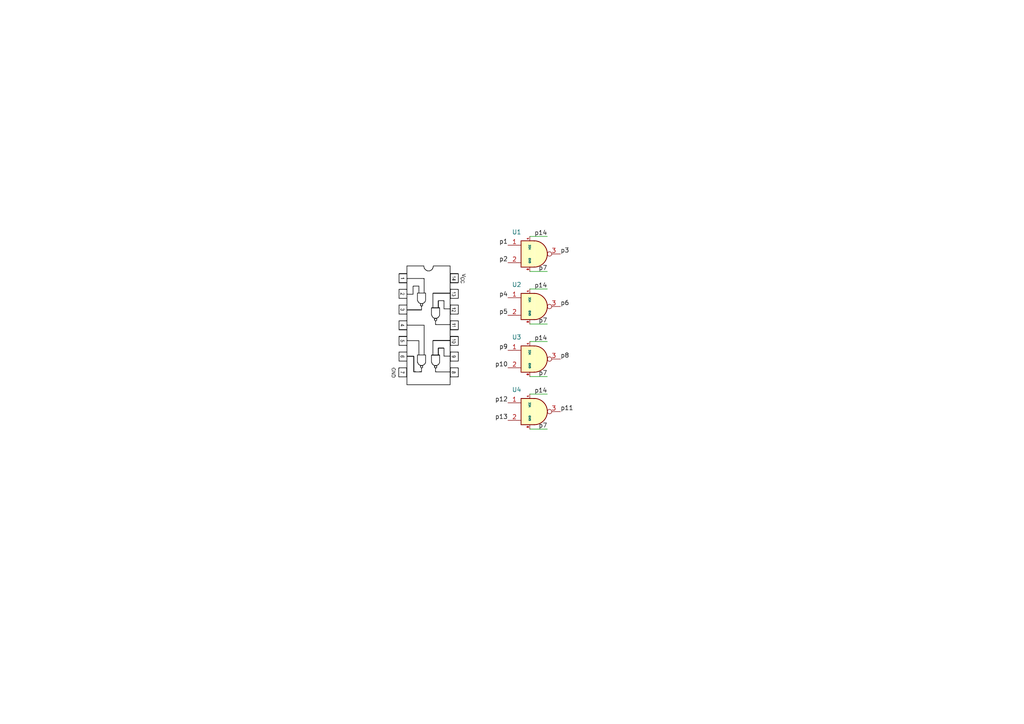
<source format=kicad_sch>
(kicad_sch (version 20231120) (generator "eeschema") (generator_version "8.0")
  (paper "A4")
  (lib_symbols
    (symbol "SimCad:NAND2" (pin_names (offset 1.016))
      (property "Reference" "U" (at 2.54 5.08 0))
      (symbol "NAND2_1_1"
        (polyline (pts (xy 1.27 3.81) (xy -2.54 3.81) (xy -2.54 -3.81) (xy 1.27 -3.81)) (stroke (width 0.254)) (fill (type background)))
        (arc (start 1.27 -3.81) (mid 5.08 0) (end 1.27 3.81) (stroke (width 0.254)) (fill (type background)))
        (pin input line (at 0 -5.08 90) (length 1.27) (name "GND") (number "0"))
        (pin input line (at -6.35 2.54 0) (length 3.81) (name "~") (number "1"))
        (pin input line (at -6.35 -2.54 0) (length 3.81) (name "~") (number "2"))
        (pin output inverted (at 8.89 0 180) (length 3.81) (name "~") (number "3"))
        (pin input line (at 0 5.08 270) (length 1.27) (name "VCC") (number "4"))
      )
    )
  )
  (wire (pts (xy 153.67 83.82) (xy 158.75 83.82)))
  (wire (pts (xy 153.67 124.46) (xy 158.75 124.46)))
  (wire (pts (xy 153.67 114.3) (xy 158.75 114.3)))
  (wire (pts (xy 153.67 93.98) (xy 158.75 93.98)))
  (wire (pts (xy 153.67 78.74) (xy 158.75 78.74)))
  (wire (pts (xy 153.67 68.58) (xy 158.75 68.58)))
  (wire (pts (xy 153.67 99.06) (xy 158.75 99.06)))
  (wire (pts (xy 153.67 109.22) (xy 158.75 109.22)))
  (image (at 124.46 93.98))
  (label "p11" (at 162.56 119.38 0))
  (label "p12" (at 147.32 116.84 180))
  (label "p14" (at 158.75 68.58 180))
  (label "p13" (at 147.32 121.92 180))
  (label "p14" (at 158.75 99.06 180))
  (label "p7" (at 158.75 78.74 180))
  (label "p7" (at 158.75 124.46 180))
  (label "p5" (at 147.32 91.44 180))
  (label "p10" (at 147.32 106.68 180))
  (label "p14" (at 158.75 114.3 180))
  (label "p14" (at 158.75 83.82 180))
  (label "p6" (at 162.56 88.9 0))
  (label "p4" (at 147.32 86.36 180))
  (label "p7" (at 158.75 109.22 180))
  (label "p3" (at 162.56 73.66 0))
  (label "p1" (at 147.32 71.12 180))
  (label "p8" (at 162.56 104.14 0))
  (label "p9" (at 147.32 101.6 180))
  (label "p2" (at 147.32 76.2 180))
  (label "p7" (at 158.75 93.98 180))
  (symbol (lib_id "SimCad:NAND2") (at 153.67 73.66 0) (unit 1)
    (property "Reference" "U1" (at 149.86 67.31 0))
    (property "Value" "NAND2" (effects (hide yes)))
  )
  (symbol (lib_id "SimCad:NAND2") (at 153.67 88.9 0) (unit 1)
    (property "Reference" "U2" (at 149.86 82.55 0))
    (property "Value" "NAND2" (effects (hide yes)))
  )
  (symbol (lib_id "SimCad:NAND2") (at 153.67 104.14 0) (unit 1)
    (property "Reference" "U3" (at 149.86 97.79 0))
    (property "Value" "NAND2" (effects (hide yes)))
  )
  (symbol (lib_id "SimCad:NAND2") (at 153.67 119.38 0) (unit 1)
    (property "Reference" "U4" (at 149.86 113.03 0))
    (property "Value" "NAND2" (effects (hide yes)))
  )
)
</source>
